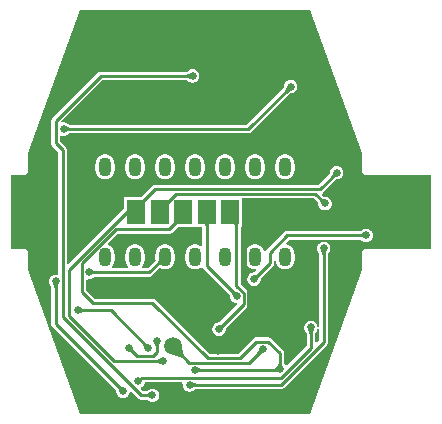
<source format=gbl>
G04 Layer_Physical_Order=2*
G04 Layer_Color=16711680*
%FSAX44Y44*%
%MOMM*%
G71*
G01*
G75*
%ADD17C,0.2286*%
%ADD18C,1.7780*%
%ADD19O,1.1000X1.6000*%
%ADD20O,1.1000X1.6000*%
%ADD21C,1.5000*%
%ADD22C,0.6350*%
%ADD23R,1.5000X2.0000*%
G36*
X00749181Y00986334D02*
Y00972001D01*
X00749213Y00971502D01*
X00749311Y00971012D01*
X00749472Y00970539D01*
X00749693Y00970091D01*
X00749970Y00969676D01*
X00750300Y00969300D01*
X00750675Y00968970D01*
X00751090Y00968693D01*
X00751539Y00968472D01*
X00752012Y00968311D01*
X00752502Y00968214D01*
X00753000Y00968181D01*
X00808109D01*
Y00905819D01*
X00753001D01*
X00752502Y00905787D01*
X00752012Y00905689D01*
X00751539Y00905528D01*
X00751091Y00905307D01*
X00750676Y00905030D01*
X00750300Y00904700D01*
X00750300Y00904700D01*
X00750300Y00904700D01*
X00749970Y00904324D01*
X00749693Y00903909D01*
X00749472Y00903461D01*
X00749311Y00902988D01*
X00749213Y00902498D01*
X00749181Y00901999D01*
Y00887667D01*
X00705316Y00765819D01*
X00510684D01*
X00466819Y00887667D01*
Y00902000D01*
X00466787Y00902498D01*
X00466689Y00902988D01*
X00466529Y00903461D01*
X00466308Y00903909D01*
X00466030Y00904325D01*
X00465701Y00904700D01*
X00465325Y00905030D01*
X00464910Y00905307D01*
X00464462Y00905528D01*
X00463988Y00905689D01*
X00463498Y00905787D01*
X00463000Y00905819D01*
X00451819D01*
Y00968181D01*
X00463000D01*
X00463498Y00968214D01*
X00463988Y00968311D01*
X00464462Y00968472D01*
X00464910Y00968693D01*
X00465325Y00968970D01*
X00465701Y00969300D01*
X00466030Y00969676D01*
X00466308Y00970091D01*
X00466529Y00970539D01*
X00466689Y00971012D01*
X00466787Y00971502D01*
X00466819Y00972001D01*
Y00986334D01*
X00510684Y01108181D01*
X00705316D01*
X00749181Y00986334D01*
D02*
G37*
%LPC*%
G36*
X00582600Y00985650D02*
X00581811Y00985611D01*
X00581029Y00985495D01*
X00580263Y00985303D01*
X00579519Y00985037D01*
X00578805Y00984700D01*
X00578128Y00984294D01*
X00577493Y00983823D01*
X00576908Y00983292D01*
X00576377Y00982707D01*
X00575907Y00982073D01*
X00575501Y00981395D01*
X00575163Y00980681D01*
X00574897Y00979937D01*
X00574705Y00979171D01*
X00574589Y00978389D01*
X00574550Y00977600D01*
Y00972600D01*
X00574589Y00971811D01*
X00574705Y00971030D01*
X00574897Y00970264D01*
X00575163Y00969520D01*
X00575501Y00968806D01*
X00575907Y00968128D01*
X00576377Y00967494D01*
X00576908Y00966908D01*
X00577493Y00966378D01*
X00578128Y00965907D01*
X00578805Y00965501D01*
X00579519Y00965163D01*
X00580263Y00964897D01*
X00581029Y00964705D01*
X00581811Y00964589D01*
X00582600Y00964551D01*
X00583389Y00964589D01*
X00584170Y00964705D01*
X00584936Y00964897D01*
X00585680Y00965163D01*
X00586394Y00965501D01*
X00587072Y00965907D01*
X00587706Y00966378D01*
X00588292Y00966908D01*
X00588822Y00967494D01*
X00589293Y00968128D01*
X00589699Y00968806D01*
X00590037Y00969520D01*
X00590303Y00970264D01*
X00590495Y00971030D01*
X00590611Y00971811D01*
X00590649Y00972600D01*
Y00977600D01*
X00590611Y00978389D01*
X00590495Y00979171D01*
X00590303Y00979937D01*
X00590037Y00980681D01*
X00589699Y00981395D01*
X00589293Y00982073D01*
X00588822Y00982707D01*
X00588292Y00983292D01*
X00587706Y00983823D01*
X00587072Y00984294D01*
X00586394Y00984700D01*
X00585680Y00985037D01*
X00584936Y00985303D01*
X00584170Y00985495D01*
X00583389Y00985611D01*
X00582600Y00985650D01*
D02*
G37*
G36*
X00608000D02*
X00607211Y00985611D01*
X00606429Y00985495D01*
X00605663Y00985303D01*
X00604919Y00985037D01*
X00604205Y00984700D01*
X00603528Y00984294D01*
X00602893Y00983823D01*
X00602308Y00983292D01*
X00601777Y00982707D01*
X00601307Y00982073D01*
X00600901Y00981395D01*
X00600563Y00980681D01*
X00600297Y00979937D01*
X00600105Y00979171D01*
X00599989Y00978389D01*
X00599950Y00977600D01*
Y00972600D01*
X00599989Y00971811D01*
X00600105Y00971030D01*
X00600297Y00970264D01*
X00600563Y00969520D01*
X00600901Y00968806D01*
X00601307Y00968128D01*
X00601777Y00967494D01*
X00602308Y00966908D01*
X00602893Y00966378D01*
X00603528Y00965907D01*
X00604205Y00965501D01*
X00604919Y00965163D01*
X00605663Y00964897D01*
X00606429Y00964705D01*
X00607211Y00964589D01*
X00608000Y00964551D01*
X00608789Y00964589D01*
X00609570Y00964705D01*
X00610336Y00964897D01*
X00611080Y00965163D01*
X00611794Y00965501D01*
X00612472Y00965907D01*
X00613106Y00966378D01*
X00613692Y00966908D01*
X00614222Y00967494D01*
X00614693Y00968128D01*
X00615099Y00968806D01*
X00615437Y00969520D01*
X00615703Y00970264D01*
X00615895Y00971030D01*
X00616011Y00971811D01*
X00616049Y00972600D01*
Y00977600D01*
X00616011Y00978389D01*
X00615895Y00979171D01*
X00615703Y00979937D01*
X00615437Y00980681D01*
X00615099Y00981395D01*
X00614693Y00982073D01*
X00614222Y00982707D01*
X00613692Y00983292D01*
X00613106Y00983823D01*
X00612472Y00984294D01*
X00611794Y00984700D01*
X00611080Y00985037D01*
X00610336Y00985303D01*
X00609570Y00985495D01*
X00608789Y00985611D01*
X00608000Y00985650D01*
D02*
G37*
G36*
X00633400D02*
X00632611Y00985611D01*
X00631829Y00985495D01*
X00631063Y00985303D01*
X00630319Y00985037D01*
X00629605Y00984700D01*
X00628928Y00984294D01*
X00628293Y00983823D01*
X00627708Y00983292D01*
X00627177Y00982707D01*
X00626707Y00982073D01*
X00626301Y00981395D01*
X00625963Y00980681D01*
X00625697Y00979937D01*
X00625505Y00979171D01*
X00625389Y00978389D01*
X00625350Y00977600D01*
Y00972600D01*
X00625389Y00971811D01*
X00625505Y00971030D01*
X00625697Y00970264D01*
X00625963Y00969520D01*
X00626301Y00968806D01*
X00626707Y00968128D01*
X00627177Y00967494D01*
X00627708Y00966908D01*
X00628293Y00966378D01*
X00628928Y00965907D01*
X00629605Y00965501D01*
X00630319Y00965163D01*
X00631063Y00964897D01*
X00631829Y00964705D01*
X00632611Y00964589D01*
X00633400Y00964551D01*
X00634189Y00964589D01*
X00634970Y00964705D01*
X00635737Y00964897D01*
X00636480Y00965163D01*
X00637194Y00965501D01*
X00637872Y00965907D01*
X00638507Y00966378D01*
X00639092Y00966908D01*
X00639622Y00967494D01*
X00640093Y00968128D01*
X00640499Y00968806D01*
X00640837Y00969520D01*
X00641103Y00970264D01*
X00641295Y00971030D01*
X00641411Y00971811D01*
X00641450Y00972600D01*
Y00977600D01*
X00641411Y00978389D01*
X00641295Y00979171D01*
X00641103Y00979937D01*
X00640837Y00980681D01*
X00640499Y00981395D01*
X00640093Y00982073D01*
X00639622Y00982707D01*
X00639092Y00983292D01*
X00638507Y00983823D01*
X00637872Y00984294D01*
X00637194Y00984700D01*
X00636480Y00985037D01*
X00635737Y00985303D01*
X00634970Y00985495D01*
X00634189Y00985611D01*
X00633400Y00985650D01*
D02*
G37*
G36*
X00753000Y00922724D02*
X00752359Y00922688D01*
X00751726Y00922580D01*
X00751109Y00922403D01*
X00750516Y00922157D01*
X00749955Y00921847D01*
X00749431Y00921475D01*
X00748952Y00921048D01*
X00748634Y00920691D01*
X00686000D01*
X00685518Y00920659D01*
X00685045Y00920565D01*
X00684588Y00920410D01*
X00684155Y00920196D01*
X00683753Y00919928D01*
X00683390Y00919610D01*
X00668712Y00904932D01*
X00668394Y00904569D01*
X00668126Y00904167D01*
X00667912Y00903734D01*
X00667855Y00903566D01*
X00666856Y00903497D01*
X00666544Y00903574D01*
X00666503Y00903737D01*
X00666237Y00904481D01*
X00665899Y00905195D01*
X00665493Y00905873D01*
X00665022Y00906507D01*
X00664492Y00907092D01*
X00663906Y00907623D01*
X00663272Y00908093D01*
X00662594Y00908500D01*
X00661880Y00908837D01*
X00661136Y00909103D01*
X00660370Y00909295D01*
X00659589Y00909411D01*
X00658800Y00909450D01*
X00658011Y00909411D01*
X00657229Y00909295D01*
X00656463Y00909103D01*
X00655719Y00908837D01*
X00655005Y00908500D01*
X00654328Y00908093D01*
X00653693Y00907623D01*
X00653108Y00907092D01*
X00652577Y00906507D01*
X00652107Y00905873D01*
X00651701Y00905195D01*
X00651363Y00904481D01*
X00651097Y00903737D01*
X00650905Y00902971D01*
X00650789Y00902189D01*
X00650750Y00901400D01*
Y00896400D01*
X00650789Y00895611D01*
X00650905Y00894830D01*
X00651097Y00894064D01*
X00651363Y00893320D01*
X00651701Y00892606D01*
X00652107Y00891928D01*
X00652577Y00891294D01*
X00653108Y00890708D01*
X00653693Y00890178D01*
X00654328Y00889707D01*
X00655005Y00889301D01*
X00655719Y00888963D01*
X00656463Y00888697D01*
X00657229Y00888505D01*
X00658011Y00888390D01*
X00658800Y00888351D01*
X00659367Y00888379D01*
X00659733Y00887887D01*
X00659942Y00887158D01*
X00658337Y00885553D01*
X00657860Y00885580D01*
X00657219Y00885544D01*
X00656586Y00885436D01*
X00655969Y00885259D01*
X00655376Y00885013D01*
X00654815Y00884703D01*
X00654291Y00884331D01*
X00653812Y00883904D01*
X00653385Y00883425D01*
X00653013Y00882901D01*
X00652703Y00882340D01*
X00652457Y00881747D01*
X00652280Y00881130D01*
X00652172Y00880497D01*
X00652136Y00879856D01*
X00652172Y00879215D01*
X00652280Y00878582D01*
X00652457Y00877965D01*
X00652703Y00877372D01*
X00653013Y00876811D01*
X00653385Y00876287D01*
X00653812Y00875808D01*
X00654291Y00875381D01*
X00654815Y00875009D01*
X00655376Y00874699D01*
X00655969Y00874453D01*
X00656586Y00874276D01*
X00657219Y00874168D01*
X00657860Y00874132D01*
X00658501Y00874168D01*
X00659134Y00874276D01*
X00659751Y00874453D01*
X00660344Y00874699D01*
X00660905Y00875009D01*
X00661429Y00875381D01*
X00661908Y00875808D01*
X00662335Y00876287D01*
X00662707Y00876811D01*
X00663017Y00877372D01*
X00663263Y00877965D01*
X00663440Y00878582D01*
X00663548Y00879215D01*
X00663584Y00879856D01*
X00663557Y00880333D01*
X00673932Y00890708D01*
X00674250Y00891071D01*
X00674518Y00891472D01*
X00674732Y00891906D01*
X00674887Y00892363D01*
X00674981Y00892836D01*
X00675013Y00893318D01*
Y00894884D01*
X00676283Y00894977D01*
X00676305Y00894830D01*
X00676497Y00894064D01*
X00676763Y00893320D01*
X00677101Y00892606D01*
X00677507Y00891928D01*
X00677977Y00891294D01*
X00678508Y00890708D01*
X00679093Y00890178D01*
X00679728Y00889707D01*
X00680405Y00889301D01*
X00681119Y00888963D01*
X00681863Y00888697D01*
X00682629Y00888505D01*
X00683411Y00888390D01*
X00684200Y00888351D01*
X00684989Y00888390D01*
X00685770Y00888505D01*
X00686536Y00888697D01*
X00687280Y00888963D01*
X00687994Y00889301D01*
X00688672Y00889707D01*
X00689306Y00890178D01*
X00689892Y00890708D01*
X00690422Y00891294D01*
X00690893Y00891928D01*
X00691299Y00892606D01*
X00691637Y00893320D01*
X00691903Y00894064D01*
X00692095Y00894830D01*
X00692211Y00895611D01*
X00692250Y00896400D01*
Y00901400D01*
X00692211Y00902189D01*
X00692095Y00902971D01*
X00691903Y00903737D01*
X00691637Y00904481D01*
X00691299Y00905195D01*
X00690893Y00905873D01*
X00690422Y00906507D01*
X00689892Y00907092D01*
X00689306Y00907623D01*
X00688672Y00908093D01*
X00687994Y00908500D01*
X00687280Y00908837D01*
X00686536Y00909103D01*
X00685770Y00909295D01*
X00685370Y00909355D01*
X00684933Y00910273D01*
X00684907Y00910687D01*
X00687529Y00913309D01*
X00748634D01*
X00748952Y00912952D01*
X00749431Y00912525D01*
X00749955Y00912153D01*
X00750516Y00911843D01*
X00751109Y00911597D01*
X00751726Y00911420D01*
X00752359Y00911312D01*
X00753000Y00911276D01*
X00753641Y00911312D01*
X00754274Y00911420D01*
X00754891Y00911597D01*
X00755484Y00911843D01*
X00756045Y00912153D01*
X00756569Y00912525D01*
X00757048Y00912952D01*
X00757475Y00913431D01*
X00757847Y00913955D01*
X00758157Y00914516D01*
X00758403Y00915109D01*
X00758580Y00915726D01*
X00758688Y00916359D01*
X00758724Y00917000D01*
X00758688Y00917641D01*
X00758580Y00918274D01*
X00758403Y00918891D01*
X00758157Y00919484D01*
X00757847Y00920045D01*
X00757475Y00920569D01*
X00757048Y00921048D01*
X00756569Y00921475D01*
X00756045Y00921847D01*
X00755484Y00922157D01*
X00754891Y00922403D01*
X00754274Y00922580D01*
X00753641Y00922688D01*
X00753000Y00922724D01*
D02*
G37*
G36*
X00531800Y00985650D02*
X00531011Y00985611D01*
X00530229Y00985495D01*
X00529463Y00985303D01*
X00528719Y00985037D01*
X00528005Y00984700D01*
X00527328Y00984294D01*
X00526693Y00983823D01*
X00526108Y00983292D01*
X00525577Y00982707D01*
X00525107Y00982073D01*
X00524701Y00981395D01*
X00524363Y00980681D01*
X00524097Y00979937D01*
X00523905Y00979171D01*
X00523789Y00978389D01*
X00523750Y00977600D01*
Y00972600D01*
X00523789Y00971811D01*
X00523905Y00971030D01*
X00524097Y00970264D01*
X00524363Y00969520D01*
X00524701Y00968806D01*
X00525107Y00968128D01*
X00525577Y00967494D01*
X00526108Y00966908D01*
X00526693Y00966378D01*
X00527328Y00965907D01*
X00528005Y00965501D01*
X00528719Y00965163D01*
X00529463Y00964897D01*
X00530229Y00964705D01*
X00531011Y00964589D01*
X00531800Y00964551D01*
X00532589Y00964589D01*
X00533370Y00964705D01*
X00534137Y00964897D01*
X00534880Y00965163D01*
X00535594Y00965501D01*
X00536272Y00965907D01*
X00536907Y00966378D01*
X00537492Y00966908D01*
X00538022Y00967494D01*
X00538493Y00968128D01*
X00538899Y00968806D01*
X00539237Y00969520D01*
X00539503Y00970264D01*
X00539695Y00971030D01*
X00539811Y00971811D01*
X00539850Y00972600D01*
Y00977600D01*
X00539811Y00978389D01*
X00539695Y00979171D01*
X00539503Y00979937D01*
X00539237Y00980681D01*
X00538899Y00981395D01*
X00538493Y00982073D01*
X00538022Y00982707D01*
X00537492Y00983292D01*
X00536907Y00983823D01*
X00536272Y00984294D01*
X00535594Y00984700D01*
X00534880Y00985037D01*
X00534137Y00985303D01*
X00533370Y00985495D01*
X00532589Y00985611D01*
X00531800Y00985650D01*
D02*
G37*
G36*
X00557200D02*
X00556411Y00985611D01*
X00555629Y00985495D01*
X00554863Y00985303D01*
X00554119Y00985037D01*
X00553405Y00984700D01*
X00552728Y00984294D01*
X00552093Y00983823D01*
X00551508Y00983292D01*
X00550977Y00982707D01*
X00550507Y00982073D01*
X00550101Y00981395D01*
X00549763Y00980681D01*
X00549497Y00979937D01*
X00549305Y00979171D01*
X00549189Y00978389D01*
X00549150Y00977600D01*
Y00972600D01*
X00549189Y00971811D01*
X00549305Y00971030D01*
X00549497Y00970264D01*
X00549763Y00969520D01*
X00550101Y00968806D01*
X00550507Y00968128D01*
X00550977Y00967494D01*
X00551508Y00966908D01*
X00552093Y00966378D01*
X00552728Y00965907D01*
X00553405Y00965501D01*
X00554119Y00965163D01*
X00554863Y00964897D01*
X00555629Y00964705D01*
X00556411Y00964589D01*
X00557200Y00964551D01*
X00557989Y00964589D01*
X00558770Y00964705D01*
X00559537Y00964897D01*
X00560280Y00965163D01*
X00560994Y00965501D01*
X00561672Y00965907D01*
X00562307Y00966378D01*
X00562892Y00966908D01*
X00563422Y00967494D01*
X00563893Y00968128D01*
X00564299Y00968806D01*
X00564637Y00969520D01*
X00564903Y00970264D01*
X00565095Y00971030D01*
X00565211Y00971811D01*
X00565249Y00972600D01*
Y00977600D01*
X00565211Y00978389D01*
X00565095Y00979171D01*
X00564903Y00979937D01*
X00564637Y00980681D01*
X00564299Y00981395D01*
X00563893Y00982073D01*
X00563422Y00982707D01*
X00562892Y00983292D01*
X00562307Y00983823D01*
X00561672Y00984294D01*
X00560994Y00984700D01*
X00560280Y00985037D01*
X00559537Y00985303D01*
X00558770Y00985495D01*
X00557989Y00985611D01*
X00557200Y00985650D01*
D02*
G37*
G36*
X00606000Y01057724D02*
X00605359Y01057688D01*
X00604726Y01057580D01*
X00604109Y01057403D01*
X00603516Y01057157D01*
X00602955Y01056847D01*
X00602431Y01056475D01*
X00601953Y01056048D01*
X00601634Y01055691D01*
X00528000D01*
X00527518Y01055659D01*
X00527045Y01055565D01*
X00526588Y01055410D01*
X00526155Y01055196D01*
X00525753Y01054928D01*
X00525390Y01054610D01*
X00487390Y01016610D01*
X00487072Y01016247D01*
X00486804Y01015845D01*
X00486590Y01015412D01*
X00486435Y01014955D01*
X00486341Y01014482D01*
X00486309Y01014000D01*
Y00994750D01*
X00486341Y00994268D01*
X00486435Y00993795D01*
X00486590Y00993338D01*
X00486804Y00992905D01*
X00487072Y00992503D01*
X00487390Y00992140D01*
X00492151Y00987379D01*
Y00884649D01*
X00491769Y00884184D01*
X00490881Y00883647D01*
X00490641Y00883688D01*
X00490000Y00883724D01*
X00489359Y00883688D01*
X00488726Y00883580D01*
X00488110Y00883403D01*
X00487516Y00883157D01*
X00486955Y00882847D01*
X00486431Y00882475D01*
X00485952Y00882048D01*
X00485525Y00881569D01*
X00485153Y00881045D01*
X00484843Y00880484D01*
X00484597Y00879891D01*
X00484420Y00879274D01*
X00484312Y00878641D01*
X00484276Y00878000D01*
X00484312Y00877359D01*
X00484420Y00876726D01*
X00484597Y00876109D01*
X00484843Y00875516D01*
X00485153Y00874955D01*
X00485525Y00874431D01*
X00485952Y00873952D01*
X00486309Y00873634D01*
Y00842000D01*
X00486341Y00841518D01*
X00486435Y00841045D01*
X00486590Y00840587D01*
X00486804Y00840154D01*
X00487072Y00839753D01*
X00487390Y00839390D01*
X00541303Y00785478D01*
X00541276Y00785000D01*
X00541312Y00784359D01*
X00541419Y00783726D01*
X00541597Y00783110D01*
X00541843Y00782516D01*
X00542153Y00781955D01*
X00542525Y00781431D01*
X00542952Y00780953D01*
X00543431Y00780525D01*
X00543955Y00780153D01*
X00544516Y00779843D01*
X00545109Y00779597D01*
X00545726Y00779419D01*
X00546359Y00779312D01*
X00547000Y00779276D01*
X00547641Y00779312D01*
X00548274Y00779419D01*
X00548890Y00779597D01*
X00549484Y00779843D01*
X00550045Y00780153D01*
X00550569Y00780525D01*
X00551048Y00780953D01*
X00551475Y00781431D01*
X00551847Y00781955D01*
X00552157Y00782516D01*
X00552403Y00783110D01*
X00552580Y00783726D01*
X00552679Y00784305D01*
X00552818Y00784403D01*
X00553985Y00784796D01*
X00559832Y00778948D01*
X00560195Y00778630D01*
X00560597Y00778362D01*
X00561030Y00778148D01*
X00561487Y00777993D01*
X00561960Y00777899D01*
X00562442Y00777867D01*
X00567642D01*
X00567961Y00777511D01*
X00568439Y00777083D01*
X00568963Y00776711D01*
X00569524Y00776401D01*
X00570117Y00776155D01*
X00570734Y00775977D01*
X00571367Y00775870D01*
X00572008Y00775834D01*
X00572649Y00775870D01*
X00573282Y00775977D01*
X00573899Y00776155D01*
X00574492Y00776401D01*
X00575053Y00776711D01*
X00575577Y00777083D01*
X00576055Y00777511D01*
X00576483Y00777989D01*
X00576855Y00778513D01*
X00577165Y00779074D01*
X00577411Y00779668D01*
X00577589Y00780284D01*
X00577696Y00780917D01*
X00577732Y00781558D01*
X00577696Y00782199D01*
X00577589Y00782832D01*
X00577411Y00783448D01*
X00577165Y00784042D01*
X00576855Y00784603D01*
X00576483Y00785127D01*
X00576055Y00785605D01*
X00575577Y00786033D01*
X00575053Y00786405D01*
X00574492Y00786715D01*
X00573899Y00786961D01*
X00573282Y00787139D01*
X00572649Y00787246D01*
X00572008Y00787282D01*
X00571367Y00787246D01*
X00570734Y00787139D01*
X00570117Y00786961D01*
X00569524Y00786715D01*
X00568963Y00786405D01*
X00568439Y00786033D01*
X00567961Y00785605D01*
X00567642Y00785249D01*
X00563971D01*
X00562448Y00786772D01*
X00562399Y00787209D01*
X00562706Y00788310D01*
X00562861Y00788395D01*
X00563385Y00788767D01*
X00563863Y00789194D01*
X00564291Y00789673D01*
X00564663Y00790197D01*
X00564973Y00790758D01*
X00565219Y00791351D01*
X00565396Y00791968D01*
X00565504Y00792599D01*
X00596855D01*
X00597320Y00792217D01*
X00597857Y00791329D01*
X00597816Y00791089D01*
X00597780Y00790448D01*
X00597816Y00789807D01*
X00597924Y00789174D01*
X00598101Y00788558D01*
X00598347Y00787964D01*
X00598657Y00787403D01*
X00599029Y00786879D01*
X00599456Y00786401D01*
X00599935Y00785973D01*
X00600459Y00785601D01*
X00601020Y00785291D01*
X00601614Y00785045D01*
X00602230Y00784867D01*
X00602863Y00784760D01*
X00603504Y00784724D01*
X00604145Y00784760D01*
X00604778Y00784867D01*
X00605395Y00785045D01*
X00605988Y00785291D01*
X00606549Y00785601D01*
X00607073Y00785973D01*
X00607551Y00786401D01*
X00607870Y00786757D01*
X00680448D01*
X00680930Y00786789D01*
X00681403Y00786883D01*
X00681860Y00787038D01*
X00682293Y00787252D01*
X00682695Y00787520D01*
X00683058Y00787838D01*
X00719610Y00824390D01*
X00719928Y00824753D01*
X00720196Y00825154D01*
X00720410Y00825588D01*
X00720565Y00826045D01*
X00720659Y00826518D01*
X00720691Y00827000D01*
Y00901634D01*
X00721048Y00901953D01*
X00721475Y00902431D01*
X00721847Y00902955D01*
X00722157Y00903516D01*
X00722403Y00904109D01*
X00722580Y00904726D01*
X00722688Y00905359D01*
X00722724Y00906000D01*
X00722688Y00906641D01*
X00722580Y00907274D01*
X00722403Y00907890D01*
X00722157Y00908484D01*
X00721847Y00909045D01*
X00721475Y00909569D01*
X00721048Y00910048D01*
X00720569Y00910475D01*
X00720045Y00910847D01*
X00719483Y00911157D01*
X00718891Y00911403D01*
X00718274Y00911581D01*
X00717641Y00911688D01*
X00717000Y00911724D01*
X00716359Y00911688D01*
X00715726Y00911581D01*
X00715109Y00911403D01*
X00714516Y00911157D01*
X00713955Y00910847D01*
X00713431Y00910475D01*
X00712952Y00910048D01*
X00712525Y00909569D01*
X00712153Y00909045D01*
X00711843Y00908484D01*
X00711597Y00907890D01*
X00711420Y00907274D01*
X00711312Y00906641D01*
X00711276Y00906000D01*
X00711312Y00905359D01*
X00711420Y00904726D01*
X00711597Y00904109D01*
X00711843Y00903516D01*
X00712153Y00902955D01*
X00712525Y00902431D01*
X00712952Y00901953D01*
X00713309Y00901634D01*
Y00828529D01*
X00710984Y00826204D01*
X00709811Y00826690D01*
Y00834596D01*
X00710167Y00834914D01*
X00710595Y00835393D01*
X00710967Y00835917D01*
X00711277Y00836478D01*
X00711523Y00837072D01*
X00711701Y00837688D01*
X00711808Y00838321D01*
X00711844Y00838962D01*
X00711808Y00839603D01*
X00711701Y00840236D01*
X00711523Y00840853D01*
X00711277Y00841446D01*
X00710967Y00842007D01*
X00710595Y00842531D01*
X00710167Y00843009D01*
X00709689Y00843437D01*
X00709165Y00843809D01*
X00708604Y00844119D01*
X00708010Y00844365D01*
X00707394Y00844542D01*
X00706761Y00844650D01*
X00706120Y00844686D01*
X00705479Y00844650D01*
X00704846Y00844542D01*
X00704230Y00844365D01*
X00703636Y00844119D01*
X00703075Y00843809D01*
X00702551Y00843437D01*
X00702073Y00843009D01*
X00701645Y00842531D01*
X00701273Y00842007D01*
X00700963Y00841446D01*
X00700717Y00840853D01*
X00700539Y00840236D01*
X00700432Y00839603D01*
X00700396Y00838962D01*
X00700432Y00838321D01*
X00700539Y00837688D01*
X00700717Y00837072D01*
X00700963Y00836478D01*
X00701273Y00835917D01*
X00701645Y00835393D01*
X00702073Y00834914D01*
X00702429Y00834596D01*
Y00823037D01*
X00686291Y00806899D01*
X00684985Y00807031D01*
X00684761Y00807165D01*
X00684475Y00807569D01*
X00684047Y00808047D01*
X00683691Y00808366D01*
Y00817000D01*
X00683659Y00817481D01*
X00683565Y00817955D01*
X00683410Y00818412D01*
X00683196Y00818845D01*
X00682928Y00819247D01*
X00682609Y00819610D01*
X00672609Y00829610D01*
X00672246Y00829928D01*
X00671845Y00830196D01*
X00671412Y00830410D01*
X00670955Y00830565D01*
X00670481Y00830659D01*
X00669999Y00830691D01*
X00660000D01*
X00659518Y00830659D01*
X00659045Y00830565D01*
X00658588Y00830410D01*
X00658155Y00830196D01*
X00657753Y00829928D01*
X00657390Y00829610D01*
X00644264Y00816484D01*
X00620280D01*
X00574618Y00862146D01*
X00574255Y00862464D01*
X00573853Y00862732D01*
X00573420Y00862946D01*
X00572963Y00863101D01*
X00572490Y00863195D01*
X00572008Y00863227D01*
X00522993D01*
X00516009Y00870211D01*
Y00879049D01*
X00516391Y00879514D01*
X00517279Y00880051D01*
X00517519Y00880010D01*
X00518160Y00879974D01*
X00518801Y00880010D01*
X00519434Y00880117D01*
X00520051Y00880295D01*
X00520644Y00880541D01*
X00521205Y00880851D01*
X00521729Y00881223D01*
X00522207Y00881650D01*
X00522526Y00882007D01*
X00569397D01*
X00569879Y00882039D01*
X00570353Y00882133D01*
X00570810Y00882288D01*
X00571243Y00882502D01*
X00571644Y00882770D01*
X00572007Y00883088D01*
X00578439Y00889520D01*
X00578805Y00889301D01*
X00579519Y00888963D01*
X00580263Y00888697D01*
X00581029Y00888505D01*
X00581811Y00888390D01*
X00582600Y00888351D01*
X00583389Y00888390D01*
X00584170Y00888505D01*
X00584936Y00888697D01*
X00585680Y00888963D01*
X00586394Y00889301D01*
X00587072Y00889707D01*
X00587706Y00890178D01*
X00588292Y00890708D01*
X00588822Y00891294D01*
X00589293Y00891928D01*
X00589699Y00892606D01*
X00590037Y00893320D01*
X00590303Y00894064D01*
X00590495Y00894830D01*
X00590611Y00895611D01*
X00590649Y00896400D01*
Y00901400D01*
X00590611Y00902189D01*
X00590495Y00902971D01*
X00590303Y00903737D01*
X00590037Y00904481D01*
X00589699Y00905195D01*
X00589293Y00905873D01*
X00588822Y00906507D01*
X00588292Y00907092D01*
X00587706Y00907623D01*
X00587072Y00908093D01*
X00586394Y00908500D01*
X00585680Y00908837D01*
X00584936Y00909103D01*
X00584170Y00909295D01*
X00583389Y00909411D01*
X00582600Y00909450D01*
X00581811Y00909411D01*
X00581029Y00909295D01*
X00580263Y00909103D01*
X00579519Y00908837D01*
X00578805Y00908500D01*
X00578128Y00908093D01*
X00577493Y00907623D01*
X00576908Y00907092D01*
X00576377Y00906507D01*
X00575907Y00905873D01*
X00575501Y00905195D01*
X00575163Y00904481D01*
X00574897Y00903737D01*
X00574705Y00902971D01*
X00574589Y00902189D01*
X00574550Y00901400D01*
Y00896400D01*
X00574566Y00896086D01*
X00567869Y00889389D01*
X00563327D01*
X00562837Y00890659D01*
X00562892Y00890708D01*
X00563422Y00891294D01*
X00563893Y00891928D01*
X00564299Y00892606D01*
X00564637Y00893320D01*
X00564903Y00894064D01*
X00565095Y00894830D01*
X00565211Y00895611D01*
X00565249Y00896400D01*
Y00901400D01*
X00565211Y00902189D01*
X00565095Y00902971D01*
X00564903Y00903737D01*
X00564637Y00904481D01*
X00564299Y00905195D01*
X00563893Y00905873D01*
X00563422Y00906507D01*
X00562892Y00907092D01*
X00562307Y00907623D01*
X00561672Y00908093D01*
X00560994Y00908500D01*
X00560280Y00908837D01*
X00559537Y00909103D01*
X00558770Y00909295D01*
X00557989Y00909411D01*
X00557200Y00909450D01*
X00556411Y00909411D01*
X00555629Y00909295D01*
X00554863Y00909103D01*
X00554119Y00908837D01*
X00553405Y00908500D01*
X00552728Y00908093D01*
X00552093Y00907623D01*
X00551508Y00907092D01*
X00550977Y00906507D01*
X00550507Y00905873D01*
X00550101Y00905195D01*
X00549763Y00904481D01*
X00549497Y00903737D01*
X00549305Y00902971D01*
X00549189Y00902189D01*
X00549150Y00901400D01*
Y00896400D01*
X00549189Y00895611D01*
X00549305Y00894830D01*
X00549497Y00894064D01*
X00549763Y00893320D01*
X00550101Y00892606D01*
X00550507Y00891928D01*
X00550977Y00891294D01*
X00551508Y00890708D01*
X00551562Y00890659D01*
X00551073Y00889389D01*
X00537927D01*
X00537437Y00890659D01*
X00537492Y00890708D01*
X00538022Y00891294D01*
X00538493Y00891928D01*
X00538899Y00892606D01*
X00539237Y00893320D01*
X00539503Y00894064D01*
X00539695Y00894830D01*
X00539811Y00895611D01*
X00539850Y00896400D01*
Y00901400D01*
X00539811Y00902189D01*
X00539695Y00902971D01*
X00539503Y00903737D01*
X00539237Y00904481D01*
X00538899Y00905195D01*
X00538493Y00905873D01*
X00538022Y00906507D01*
X00537492Y00907092D01*
X00536907Y00907623D01*
X00536272Y00908093D01*
X00535594Y00908500D01*
X00534880Y00908837D01*
X00534749Y00908884D01*
X00534382Y00910205D01*
X00534413Y00910343D01*
X00542378Y00918309D01*
X00586000D01*
X00586482Y00918341D01*
X00586955Y00918435D01*
X00587412Y00918590D01*
X00587845Y00918804D01*
X00588247Y00919072D01*
X00588610Y00919390D01*
X00593680Y00924460D01*
X00614308D01*
Y00908248D01*
X00613290Y00907718D01*
X00613038Y00907673D01*
X00612472Y00908093D01*
X00611794Y00908500D01*
X00611080Y00908837D01*
X00610336Y00909103D01*
X00609570Y00909295D01*
X00608789Y00909411D01*
X00608000Y00909450D01*
X00607211Y00909411D01*
X00606429Y00909295D01*
X00605663Y00909103D01*
X00604919Y00908837D01*
X00604205Y00908500D01*
X00603528Y00908093D01*
X00602893Y00907623D01*
X00602308Y00907092D01*
X00601777Y00906507D01*
X00601307Y00905873D01*
X00600901Y00905195D01*
X00600563Y00904481D01*
X00600297Y00903737D01*
X00600105Y00902971D01*
X00599989Y00902189D01*
X00599950Y00901400D01*
Y00896400D01*
X00599989Y00895611D01*
X00600105Y00894830D01*
X00600297Y00894064D01*
X00600563Y00893320D01*
X00600901Y00892606D01*
X00601307Y00891928D01*
X00601777Y00891294D01*
X00602308Y00890708D01*
X00602893Y00890178D01*
X00603528Y00889707D01*
X00604205Y00889301D01*
X00604919Y00888963D01*
X00605663Y00888697D01*
X00606429Y00888505D01*
X00607211Y00888390D01*
X00608000Y00888351D01*
X00608789Y00888390D01*
X00609570Y00888505D01*
X00610336Y00888697D01*
X00611080Y00888963D01*
X00611794Y00889301D01*
X00612472Y00889707D01*
X00613106Y00890178D01*
X00613172Y00890183D01*
X00614092Y00889908D01*
X00614470Y00889700D01*
X00614589Y00889348D01*
X00614803Y00888915D01*
X00615071Y00888514D01*
X00615389Y00888151D01*
X00637685Y00865855D01*
X00637658Y00865378D01*
X00637694Y00864737D01*
X00637802Y00864104D01*
X00637979Y00863487D01*
X00638225Y00862894D01*
X00638535Y00862333D01*
X00638907Y00861809D01*
X00639334Y00861330D01*
X00639813Y00860903D01*
X00640337Y00860531D01*
X00640898Y00860221D01*
X00641491Y00859975D01*
X00642108Y00859798D01*
X00642741Y00859690D01*
X00643344Y00859656D01*
X00643416Y00859573D01*
X00643895Y00858411D01*
X00628746Y00843262D01*
X00628269Y00843289D01*
X00627628Y00843253D01*
X00626995Y00843146D01*
X00626379Y00842968D01*
X00625785Y00842722D01*
X00625224Y00842412D01*
X00624700Y00842040D01*
X00624221Y00841612D01*
X00623794Y00841134D01*
X00623422Y00840610D01*
X00623112Y00840049D01*
X00622866Y00839455D01*
X00622688Y00838839D01*
X00622581Y00838206D01*
X00622545Y00837565D01*
X00622581Y00836924D01*
X00622688Y00836291D01*
X00622866Y00835675D01*
X00623112Y00835081D01*
X00623422Y00834520D01*
X00623794Y00833996D01*
X00624221Y00833518D01*
X00624700Y00833090D01*
X00625224Y00832718D01*
X00625785Y00832408D01*
X00626379Y00832162D01*
X00626995Y00831984D01*
X00627628Y00831877D01*
X00628269Y00831841D01*
X00628910Y00831877D01*
X00629543Y00831984D01*
X00630159Y00832162D01*
X00630753Y00832408D01*
X00631314Y00832718D01*
X00631838Y00833090D01*
X00632317Y00833518D01*
X00632744Y00833996D01*
X00633116Y00834520D01*
X00633426Y00835081D01*
X00633672Y00835675D01*
X00633849Y00836291D01*
X00633957Y00836924D01*
X00633993Y00837565D01*
X00633966Y00838043D01*
X00651834Y00855910D01*
X00652152Y00856273D01*
X00652420Y00856674D01*
X00652634Y00857108D01*
X00652789Y00857565D01*
X00652883Y00858038D01*
X00652915Y00858520D01*
Y00868172D01*
X00652883Y00868654D01*
X00652789Y00869127D01*
X00652634Y00869585D01*
X00652420Y00870017D01*
X00652152Y00870419D01*
X00651834Y00870782D01*
X00646691Y00875925D01*
Y00924460D01*
X00648040D01*
Y00948309D01*
X00708471D01*
X00712303Y00944477D01*
X00712276Y00944000D01*
X00712312Y00943359D01*
X00712420Y00942726D01*
X00712597Y00942110D01*
X00712843Y00941516D01*
X00713153Y00940955D01*
X00713525Y00940431D01*
X00713952Y00939952D01*
X00714431Y00939525D01*
X00714955Y00939153D01*
X00715517Y00938843D01*
X00716109Y00938597D01*
X00716726Y00938419D01*
X00717359Y00938312D01*
X00718000Y00938276D01*
X00718641Y00938312D01*
X00719274Y00938419D01*
X00719891Y00938597D01*
X00720484Y00938843D01*
X00721045Y00939153D01*
X00721569Y00939525D01*
X00722048Y00939952D01*
X00722475Y00940431D01*
X00722847Y00940955D01*
X00723157Y00941516D01*
X00723403Y00942110D01*
X00723580Y00942726D01*
X00723688Y00943359D01*
X00723724Y00944000D01*
X00723688Y00944641D01*
X00723580Y00945274D01*
X00723403Y00945891D01*
X00723157Y00946484D01*
X00722847Y00947045D01*
X00722475Y00947569D01*
X00722048Y00948047D01*
X00721569Y00948475D01*
X00721045Y00948847D01*
X00720484Y00949157D01*
X00719891Y00949403D01*
X00719274Y00949581D01*
X00718641Y00949688D01*
X00718000Y00949724D01*
X00717523Y00949697D01*
X00715827Y00951393D01*
X00715785Y00951514D01*
X00715813Y00952108D01*
X00716065Y00952951D01*
X00716247Y00953072D01*
X00716610Y00953390D01*
X00727523Y00964303D01*
X00728000Y00964276D01*
X00728641Y00964312D01*
X00729274Y00964419D01*
X00729891Y00964597D01*
X00730484Y00964843D01*
X00731045Y00965153D01*
X00731569Y00965525D01*
X00732048Y00965953D01*
X00732475Y00966431D01*
X00732847Y00966955D01*
X00733157Y00967516D01*
X00733403Y00968110D01*
X00733580Y00968726D01*
X00733688Y00969359D01*
X00733724Y00970000D01*
X00733688Y00970641D01*
X00733580Y00971274D01*
X00733403Y00971890D01*
X00733157Y00972484D01*
X00732847Y00973045D01*
X00732475Y00973569D01*
X00732048Y00974047D01*
X00731569Y00974475D01*
X00731045Y00974847D01*
X00730484Y00975157D01*
X00729891Y00975403D01*
X00729274Y00975581D01*
X00728641Y00975688D01*
X00728000Y00975724D01*
X00727359Y00975688D01*
X00726726Y00975581D01*
X00726109Y00975403D01*
X00725516Y00975157D01*
X00724955Y00974847D01*
X00724431Y00974475D01*
X00723952Y00974047D01*
X00723525Y00973569D01*
X00723153Y00973045D01*
X00722843Y00972484D01*
X00722597Y00971890D01*
X00722420Y00971274D01*
X00722312Y00970641D01*
X00722276Y00970000D01*
X00722303Y00969522D01*
X00712471Y00959691D01*
X00574000D01*
X00573518Y00959659D01*
X00573045Y00959565D01*
X00572588Y00959410D01*
X00572155Y00959196D01*
X00571753Y00958928D01*
X00571390Y00958610D01*
X00562321Y00949540D01*
X00547959D01*
Y00939705D01*
X00547858Y00939616D01*
X00500706Y00892465D01*
X00499533Y00892951D01*
Y00988908D01*
X00499501Y00989390D01*
X00499407Y00989863D01*
X00499252Y00990321D01*
X00499038Y00990754D01*
X00498770Y00991155D01*
X00498452Y00991518D01*
X00493691Y00996279D01*
Y01000847D01*
X00493923Y01001127D01*
X00494961Y01001658D01*
X00495109Y01001597D01*
X00495726Y01001419D01*
X00496359Y01001311D01*
X00497000Y01001275D01*
X00497641Y01001311D01*
X00498274Y01001419D01*
X00498890Y01001597D01*
X00499484Y01001842D01*
X00500045Y01002153D01*
X00500569Y01002524D01*
X00501048Y01002952D01*
X00501366Y01003309D01*
X00652999D01*
X00653481Y01003340D01*
X00653955Y01003434D01*
X00654412Y01003590D01*
X00654845Y01003803D01*
X00655246Y01004071D01*
X00655609Y01004390D01*
X00688522Y01037303D01*
X00689000Y01037276D01*
X00689641Y01037312D01*
X00690274Y01037420D01*
X00690891Y01037597D01*
X00691484Y01037843D01*
X00692045Y01038153D01*
X00692569Y01038525D01*
X00693047Y01038952D01*
X00693475Y01039431D01*
X00693847Y01039955D01*
X00694157Y01040516D01*
X00694403Y01041109D01*
X00694581Y01041726D01*
X00694688Y01042359D01*
X00694724Y01043000D01*
X00694688Y01043641D01*
X00694581Y01044274D01*
X00694403Y01044891D01*
X00694157Y01045484D01*
X00693847Y01046045D01*
X00693475Y01046569D01*
X00693047Y01047048D01*
X00692569Y01047475D01*
X00692045Y01047847D01*
X00691484Y01048157D01*
X00690891Y01048403D01*
X00690274Y01048580D01*
X00689641Y01048688D01*
X00689000Y01048724D01*
X00688359Y01048688D01*
X00687726Y01048580D01*
X00687110Y01048403D01*
X00686516Y01048157D01*
X00685955Y01047847D01*
X00685431Y01047475D01*
X00684952Y01047048D01*
X00684525Y01046569D01*
X00684153Y01046045D01*
X00683843Y01045484D01*
X00683597Y01044891D01*
X00683419Y01044274D01*
X00683312Y01043641D01*
X00683276Y01043000D01*
X00683303Y01042523D01*
X00651471Y01010690D01*
X00501366D01*
X00501048Y01011047D01*
X00500569Y01011475D01*
X00500045Y01011846D01*
X00499484Y01012157D01*
X00498890Y01012402D01*
X00498274Y01012580D01*
X00497641Y01012688D01*
X00497000Y01012723D01*
X00496359Y01012688D01*
X00495726Y01012580D01*
X00495543Y01012527D01*
X00494877Y01013657D01*
X00529529Y01048309D01*
X00601634D01*
X00601953Y01047952D01*
X00602431Y01047525D01*
X00602955Y01047153D01*
X00603516Y01046843D01*
X00604109Y01046597D01*
X00604726Y01046420D01*
X00605359Y01046312D01*
X00606000Y01046276D01*
X00606641Y01046312D01*
X00607274Y01046420D01*
X00607891Y01046597D01*
X00608484Y01046843D01*
X00609045Y01047153D01*
X00609569Y01047525D01*
X00610047Y01047952D01*
X00610475Y01048431D01*
X00610847Y01048955D01*
X00611157Y01049516D01*
X00611403Y01050109D01*
X00611581Y01050726D01*
X00611688Y01051359D01*
X00611724Y01052000D01*
X00611688Y01052641D01*
X00611581Y01053274D01*
X00611403Y01053891D01*
X00611157Y01054484D01*
X00610847Y01055045D01*
X00610475Y01055569D01*
X00610047Y01056048D01*
X00609569Y01056475D01*
X00609045Y01056847D01*
X00608484Y01057157D01*
X00607891Y01057403D01*
X00607274Y01057580D01*
X00606641Y01057688D01*
X00606000Y01057724D01*
D02*
G37*
G36*
X00684200Y00985650D02*
X00683411Y00985611D01*
X00682629Y00985495D01*
X00681863Y00985303D01*
X00681119Y00985037D01*
X00680405Y00984700D01*
X00679728Y00984294D01*
X00679093Y00983823D01*
X00678508Y00983292D01*
X00677977Y00982707D01*
X00677507Y00982073D01*
X00677101Y00981395D01*
X00676763Y00980681D01*
X00676497Y00979937D01*
X00676305Y00979171D01*
X00676189Y00978389D01*
X00676150Y00977600D01*
Y00972600D01*
X00676189Y00971811D01*
X00676305Y00971030D01*
X00676497Y00970264D01*
X00676763Y00969520D01*
X00677101Y00968806D01*
X00677507Y00968128D01*
X00677977Y00967494D01*
X00678508Y00966908D01*
X00679093Y00966378D01*
X00679728Y00965907D01*
X00680405Y00965501D01*
X00681119Y00965163D01*
X00681863Y00964897D01*
X00682629Y00964705D01*
X00683411Y00964589D01*
X00684200Y00964551D01*
X00684989Y00964589D01*
X00685770Y00964705D01*
X00686536Y00964897D01*
X00687280Y00965163D01*
X00687994Y00965501D01*
X00688672Y00965907D01*
X00689306Y00966378D01*
X00689892Y00966908D01*
X00690422Y00967494D01*
X00690893Y00968128D01*
X00691299Y00968806D01*
X00691637Y00969520D01*
X00691903Y00970264D01*
X00692095Y00971030D01*
X00692211Y00971811D01*
X00692250Y00972600D01*
Y00977600D01*
X00692211Y00978389D01*
X00692095Y00979171D01*
X00691903Y00979937D01*
X00691637Y00980681D01*
X00691299Y00981395D01*
X00690893Y00982073D01*
X00690422Y00982707D01*
X00689892Y00983292D01*
X00689306Y00983823D01*
X00688672Y00984294D01*
X00687994Y00984700D01*
X00687280Y00985037D01*
X00686536Y00985303D01*
X00685770Y00985495D01*
X00684989Y00985611D01*
X00684200Y00985650D01*
D02*
G37*
G36*
X00658800D02*
X00658011Y00985611D01*
X00657229Y00985495D01*
X00656463Y00985303D01*
X00655719Y00985037D01*
X00655005Y00984700D01*
X00654328Y00984294D01*
X00653693Y00983823D01*
X00653108Y00983292D01*
X00652577Y00982707D01*
X00652107Y00982073D01*
X00651701Y00981395D01*
X00651363Y00980681D01*
X00651097Y00979937D01*
X00650905Y00979171D01*
X00650789Y00978389D01*
X00650750Y00977600D01*
Y00972600D01*
X00650789Y00971811D01*
X00650905Y00971030D01*
X00651097Y00970264D01*
X00651363Y00969520D01*
X00651701Y00968806D01*
X00652107Y00968128D01*
X00652577Y00967494D01*
X00653108Y00966908D01*
X00653693Y00966378D01*
X00654328Y00965907D01*
X00655005Y00965501D01*
X00655719Y00965163D01*
X00656463Y00964897D01*
X00657229Y00964705D01*
X00658011Y00964589D01*
X00658800Y00964551D01*
X00659589Y00964589D01*
X00660370Y00964705D01*
X00661136Y00964897D01*
X00661880Y00965163D01*
X00662594Y00965501D01*
X00663272Y00965907D01*
X00663906Y00966378D01*
X00664492Y00966908D01*
X00665022Y00967494D01*
X00665493Y00968128D01*
X00665899Y00968806D01*
X00666237Y00969520D01*
X00666503Y00970264D01*
X00666695Y00971030D01*
X00666811Y00971811D01*
X00666850Y00972600D01*
Y00977600D01*
X00666811Y00978389D01*
X00666695Y00979171D01*
X00666503Y00979937D01*
X00666237Y00980681D01*
X00665899Y00981395D01*
X00665493Y00982073D01*
X00665022Y00982707D01*
X00664492Y00983292D01*
X00663906Y00983823D01*
X00663272Y00984294D01*
X00662594Y00984700D01*
X00661880Y00985037D01*
X00661136Y00985303D01*
X00660370Y00985495D01*
X00659589Y00985611D01*
X00658800Y00985650D01*
D02*
G37*
%LPD*%
G36*
X00511041Y00855711D02*
X00511772Y00855265D01*
X00512135Y00855084D01*
X00512495Y00854931D01*
X00512853Y00854806D01*
X00513209Y00854708D01*
X00513563Y00854639D01*
X00513914Y00854597D01*
X00514264Y00854583D01*
Y00852297D01*
X00513914Y00852283D01*
X00513563Y00852241D01*
X00513209Y00852172D01*
X00512853Y00852074D01*
X00512495Y00851949D01*
X00512135Y00851796D01*
X00511772Y00851615D01*
X00511408Y00851406D01*
X00511041Y00851169D01*
X00510673Y00850904D01*
Y00855976D01*
X00511041Y00855711D01*
D02*
G37*
G36*
X00665825Y00817856D02*
X00665377Y00817782D01*
X00664545Y00817581D01*
X00664161Y00817452D01*
X00663798Y00817306D01*
X00663456Y00817141D01*
X00663135Y00816959D01*
X00662836Y00816758D01*
X00662558Y00816539D01*
X00662300Y00816301D01*
X00660684Y00817918D01*
X00660921Y00818175D01*
X00661141Y00818453D01*
X00661342Y00818753D01*
X00661524Y00819073D01*
X00661689Y00819415D01*
X00661835Y00819778D01*
X00661964Y00820162D01*
X00662074Y00820568D01*
X00662165Y00820994D01*
X00662239Y00821442D01*
X00665825Y00817856D01*
D02*
G37*
G36*
X00555160Y00821684D02*
X00555361Y00820852D01*
X00555490Y00820468D01*
X00555636Y00820105D01*
X00555801Y00819763D01*
X00555983Y00819443D01*
X00556184Y00819143D01*
X00556403Y00818865D01*
X00556641Y00818608D01*
X00555024Y00816991D01*
X00554767Y00817229D01*
X00554489Y00817448D01*
X00554189Y00817649D01*
X00553869Y00817831D01*
X00553527Y00817996D01*
X00553164Y00818142D01*
X00552780Y00818271D01*
X00552374Y00818381D01*
X00551948Y00818472D01*
X00551500Y00818546D01*
X00555086Y00822132D01*
X00555160Y00821684D01*
D02*
G37*
G36*
X00565627Y00825931D02*
X00565905Y00825712D01*
X00566204Y00825511D01*
X00566525Y00825328D01*
X00566867Y00825163D01*
X00567230Y00825017D01*
X00567614Y00824889D01*
X00568020Y00824779D01*
X00568446Y00824687D01*
X00568894Y00824614D01*
X00565308Y00821028D01*
X00565234Y00821475D01*
X00565033Y00822307D01*
X00564905Y00822691D01*
X00564758Y00823055D01*
X00564594Y00823396D01*
X00564411Y00823717D01*
X00564210Y00824016D01*
X00563991Y00824295D01*
X00563753Y00824552D01*
X00565370Y00826168D01*
X00565627Y00825931D01*
D02*
G37*
G36*
X00708391Y00836683D02*
X00707945Y00835952D01*
X00707764Y00835590D01*
X00707611Y00835229D01*
X00707486Y00834871D01*
X00707388Y00834515D01*
X00707319Y00834161D01*
X00707277Y00833810D01*
X00707263Y00833460D01*
X00704977D01*
X00704963Y00833810D01*
X00704921Y00834161D01*
X00704852Y00834515D01*
X00704754Y00834871D01*
X00704629Y00835229D01*
X00704476Y00835590D01*
X00704295Y00835952D01*
X00704086Y00836316D01*
X00703849Y00836683D01*
X00703584Y00837051D01*
X00708656D01*
X00708391Y00836683D01*
D02*
G37*
G36*
X00632968Y00840647D02*
X00632730Y00840390D01*
X00632511Y00840112D01*
X00632310Y00839812D01*
X00632127Y00839492D01*
X00631963Y00839150D01*
X00631816Y00838787D01*
X00631688Y00838403D01*
X00631578Y00837997D01*
X00631487Y00837571D01*
X00631413Y00837123D01*
X00627827Y00840709D01*
X00628275Y00840783D01*
X00629107Y00840984D01*
X00629491Y00841113D01*
X00629854Y00841259D01*
X00630196Y00841423D01*
X00630517Y00841606D01*
X00630816Y00841807D01*
X00631094Y00842026D01*
X00631351Y00842264D01*
X00632968Y00840647D01*
D02*
G37*
G36*
X00578089Y00825619D02*
X00577643Y00824888D01*
X00577462Y00824526D01*
X00577309Y00824165D01*
X00577184Y00823807D01*
X00577086Y00823452D01*
X00577017Y00823098D01*
X00576975Y00822746D01*
X00576961Y00822396D01*
X00574675D01*
X00574661Y00822746D01*
X00574619Y00823098D01*
X00574550Y00823452D01*
X00574452Y00823807D01*
X00574327Y00824165D01*
X00574174Y00824526D01*
X00573993Y00824888D01*
X00573784Y00825253D01*
X00573547Y00825619D01*
X00573282Y00825988D01*
X00578354D01*
X00578089Y00825619D01*
D02*
G37*
G36*
X00605783Y00792719D02*
X00606514Y00792273D01*
X00606876Y00792092D01*
X00607237Y00791939D01*
X00607595Y00791814D01*
X00607951Y00791716D01*
X00608305Y00791647D01*
X00608657Y00791605D01*
X00609006Y00791591D01*
Y00789305D01*
X00608657Y00789291D01*
X00608305Y00789249D01*
X00607951Y00789180D01*
X00607595Y00789082D01*
X00607237Y00788957D01*
X00606876Y00788804D01*
X00606514Y00788623D01*
X00606150Y00788414D01*
X00605783Y00788177D01*
X00605415Y00787912D01*
Y00792984D01*
X00605783Y00792719D01*
D02*
G37*
G36*
X00610279Y00805271D02*
X00611010Y00804825D01*
X00611372Y00804644D01*
X00611733Y00804491D01*
X00612091Y00804366D01*
X00612447Y00804268D01*
X00612801Y00804199D01*
X00613153Y00804157D01*
X00613502Y00804143D01*
Y00801857D01*
X00613153Y00801843D01*
X00612801Y00801801D01*
X00612447Y00801732D01*
X00612091Y00801634D01*
X00611733Y00801509D01*
X00611372Y00801356D01*
X00611010Y00801174D01*
X00610646Y00800966D01*
X00610279Y00800729D01*
X00609911Y00800464D01*
Y00805536D01*
X00610279Y00805271D01*
D02*
G37*
G36*
X00570097Y00779022D02*
X00569729Y00779287D01*
X00568998Y00779733D01*
X00568635Y00779914D01*
X00568275Y00780067D01*
X00567917Y00780192D01*
X00567561Y00780290D01*
X00567207Y00780359D01*
X00566856Y00780401D01*
X00566506Y00780415D01*
Y00782701D01*
X00566856Y00782715D01*
X00567207Y00782757D01*
X00567561Y00782826D01*
X00567917Y00782924D01*
X00568275Y00783049D01*
X00568635Y00783202D01*
X00568998Y00783383D01*
X00569362Y00783592D01*
X00569729Y00783829D01*
X00570097Y00784094D01*
Y00779022D01*
D02*
G37*
G36*
X00544175Y00789461D02*
X00544453Y00789242D01*
X00544753Y00789041D01*
X00545073Y00788858D01*
X00545415Y00788694D01*
X00545778Y00788548D01*
X00546162Y00788419D01*
X00546568Y00788309D01*
X00546994Y00788218D01*
X00547442Y00788144D01*
X00543856Y00784558D01*
X00543782Y00785006D01*
X00543581Y00785838D01*
X00543452Y00786222D01*
X00543306Y00786585D01*
X00543142Y00786927D01*
X00542959Y00787247D01*
X00542758Y00787547D01*
X00542539Y00787825D01*
X00542301Y00788082D01*
X00543918Y00789699D01*
X00544175Y00789461D01*
D02*
G37*
G36*
X00578987Y00807978D02*
X00578619Y00808243D01*
X00577888Y00808689D01*
X00577525Y00808870D01*
X00577165Y00809023D01*
X00576807Y00809148D01*
X00576451Y00809246D01*
X00576097Y00809315D01*
X00575746Y00809357D01*
X00575396Y00809371D01*
Y00811657D01*
X00575746Y00811671D01*
X00576097Y00811713D01*
X00576451Y00811782D01*
X00576807Y00811880D01*
X00577165Y00812005D01*
X00577525Y00812158D01*
X00577888Y00812339D01*
X00578252Y00812548D01*
X00578619Y00812785D01*
X00578987Y00813050D01*
Y00807978D01*
D02*
G37*
G36*
X00596937Y00822471D02*
X00597984Y00817586D01*
X00598277Y00816676D01*
X00598582Y00815891D01*
X00598900Y00815231D01*
X00599230Y00814695D01*
X00599572Y00814284D01*
X00597956Y00812668D01*
X00597545Y00813010D01*
X00597009Y00813340D01*
X00596348Y00813658D01*
X00595564Y00813963D01*
X00594654Y00814256D01*
X00592461Y00814804D01*
X00589769Y00815303D01*
X00588236Y00815533D01*
X00596707Y00824004D01*
X00596937Y00822471D01*
D02*
G37*
G36*
X00678570Y00801165D02*
X00678289Y00801296D01*
X00677993Y00801414D01*
X00677683Y00801518D01*
X00677359Y00801608D01*
X00676668Y00801746D01*
X00676301Y00801795D01*
X00675526Y00801850D01*
X00675117Y00801857D01*
X00674288Y00804143D01*
X00674669Y00804160D01*
X00675035Y00804210D01*
X00675385Y00804293D01*
X00675719Y00804410D01*
X00676037Y00804560D01*
X00676339Y00804743D01*
X00676626Y00804960D01*
X00676897Y00805210D01*
X00677152Y00805494D01*
X00677392Y00805811D01*
X00678570Y00801165D01*
D02*
G37*
G36*
X00681157Y00809152D02*
X00681198Y00808801D01*
X00681268Y00808447D01*
X00681366Y00808091D01*
X00681491Y00807733D01*
X00681644Y00807373D01*
X00681825Y00807010D01*
X00682034Y00806646D01*
X00682271Y00806279D01*
X00682535Y00805911D01*
X00677464D01*
X00677729Y00806279D01*
X00678174Y00807010D01*
X00678355Y00807373D01*
X00678509Y00807733D01*
X00678634Y00808091D01*
X00678731Y00808447D01*
X00678801Y00808801D01*
X00678843Y00809152D01*
X00678857Y00809502D01*
X00681143D01*
X00681157Y00809152D01*
D02*
G37*
G36*
X00640557Y00869839D02*
X00640835Y00869620D01*
X00641134Y00869419D01*
X00641455Y00869237D01*
X00641797Y00869072D01*
X00642160Y00868925D01*
X00642544Y00868797D01*
X00642950Y00868687D01*
X00643376Y00868596D01*
X00643824Y00868522D01*
X00640238Y00864936D01*
X00640164Y00865384D01*
X00639963Y00866216D01*
X00639835Y00866600D01*
X00639688Y00866963D01*
X00639524Y00867305D01*
X00639341Y00867626D01*
X00639140Y00867925D01*
X00638921Y00868203D01*
X00638683Y00868460D01*
X00640300Y00870077D01*
X00640557Y00869839D01*
D02*
G37*
G36*
X00587085Y00945742D02*
X00586684Y00945325D01*
X00586040Y00944554D01*
X00585797Y00944199D01*
X00585606Y00943866D01*
X00585467Y00943553D01*
X00585381Y00943260D01*
X00585348Y00942989D01*
X00585367Y00942739D01*
X00585438Y00942509D01*
X00583464Y00946939D01*
X00583585Y00946758D01*
X00583750Y00946654D01*
X00583960Y00946627D01*
X00584216Y00946676D01*
X00584517Y00946803D01*
X00584863Y00947006D01*
X00585254Y00947286D01*
X00585690Y00947642D01*
X00586697Y00948586D01*
X00587085Y00945742D01*
D02*
G37*
G36*
X00567085Y00947469D02*
X00566610Y00946978D01*
X00565869Y00946107D01*
X00565603Y00945728D01*
X00565406Y00945386D01*
X00565280Y00945081D01*
X00565223Y00944814D01*
X00565235Y00944584D01*
X00565317Y00944391D01*
X00565469Y00944236D01*
X00561737Y00946970D01*
X00561937Y00946863D01*
X00562165Y00946816D01*
X00562420Y00946828D01*
X00562702Y00946900D01*
X00563012Y00947032D01*
X00563349Y00947224D01*
X00563713Y00947475D01*
X00564105Y00947786D01*
X00564524Y00948156D01*
X00564970Y00948586D01*
X00567085Y00947469D01*
D02*
G37*
G36*
X00594264Y00927061D02*
X00594066Y00927165D01*
X00593841Y00927210D01*
X00593588Y00927194D01*
X00593306Y00927119D01*
X00592997Y00926984D01*
X00592660Y00926789D01*
X00592295Y00926535D01*
X00591901Y00926221D01*
X00591031Y00925414D01*
X00588913Y00926530D01*
X00589391Y00927024D01*
X00590139Y00927898D01*
X00590408Y00928278D01*
X00590607Y00928620D01*
X00590737Y00928924D01*
X00590797Y00929191D01*
X00590788Y00929419D01*
X00590709Y00929610D01*
X00590560Y00929763D01*
X00594264Y00927061D01*
D02*
G37*
G36*
X00715175Y00948461D02*
X00715453Y00948242D01*
X00715752Y00948041D01*
X00716073Y00947859D01*
X00716415Y00947694D01*
X00716778Y00947548D01*
X00717162Y00947419D01*
X00717568Y00947309D01*
X00717994Y00947218D01*
X00718442Y00947144D01*
X00714856Y00943558D01*
X00714782Y00944006D01*
X00714581Y00944838D01*
X00714453Y00945222D01*
X00714306Y00945585D01*
X00714141Y00945927D01*
X00713959Y00946247D01*
X00713758Y00946547D01*
X00713539Y00946825D01*
X00713301Y00947082D01*
X00714918Y00948699D01*
X00715175Y00948461D01*
D02*
G37*
G36*
X00689442Y01039856D02*
X00688994Y01039782D01*
X00688162Y01039581D01*
X00687778Y01039453D01*
X00687415Y01039306D01*
X00687073Y01039141D01*
X00686752Y01038959D01*
X00686453Y01038758D01*
X00686175Y01038539D01*
X00685918Y01038301D01*
X00684301Y01039918D01*
X00684539Y01040175D01*
X00684758Y01040453D01*
X00684959Y01040752D01*
X00685142Y01041073D01*
X00685306Y01041415D01*
X00685452Y01041778D01*
X00685581Y01042162D01*
X00685691Y01042568D01*
X00685782Y01042994D01*
X00685856Y01043442D01*
X00689442Y01039856D01*
D02*
G37*
G36*
X00604089Y01049464D02*
X00603721Y01049729D01*
X00602990Y01050175D01*
X00602627Y01050356D01*
X00602267Y01050509D01*
X00601909Y01050634D01*
X00601553Y01050732D01*
X00601199Y01050801D01*
X00600848Y01050843D01*
X00600498Y01050857D01*
Y01053143D01*
X00600848Y01053157D01*
X00601199Y01053199D01*
X00601553Y01053268D01*
X00601909Y01053366D01*
X00602267Y01053491D01*
X00602627Y01053644D01*
X00602990Y01053826D01*
X00603354Y01054034D01*
X00603721Y01054271D01*
X00604089Y01054536D01*
Y01049464D01*
D02*
G37*
G36*
X00728442Y00966856D02*
X00727994Y00966782D01*
X00727162Y00966581D01*
X00726778Y00966452D01*
X00726415Y00966306D01*
X00726073Y00966142D01*
X00725752Y00965959D01*
X00725453Y00965758D01*
X00725175Y00965539D01*
X00724918Y00965301D01*
X00723301Y00966918D01*
X00723539Y00967175D01*
X00723758Y00967453D01*
X00723959Y00967753D01*
X00724141Y00968073D01*
X00724306Y00968415D01*
X00724453Y00968778D01*
X00724581Y00969162D01*
X00724691Y00969568D01*
X00724782Y00969994D01*
X00724856Y00970442D01*
X00728442Y00966856D01*
D02*
G37*
G36*
X00499279Y01009271D02*
X00500010Y01008825D01*
X00500373Y01008644D01*
X00500733Y01008491D01*
X00501091Y01008365D01*
X00501447Y01008268D01*
X00501801Y01008198D01*
X00502152Y01008156D01*
X00502502Y01008142D01*
Y01005856D01*
X00502152Y01005843D01*
X00501801Y01005801D01*
X00501447Y01005731D01*
X00501091Y01005634D01*
X00500733Y01005508D01*
X00500373Y01005355D01*
X00500010Y01005174D01*
X00499646Y01004965D01*
X00499279Y01004728D01*
X00498911Y01004464D01*
Y01009535D01*
X00499279Y01009271D01*
D02*
G37*
G36*
X00520439Y00887969D02*
X00521170Y00887523D01*
X00521533Y00887342D01*
X00521893Y00887189D01*
X00522251Y00887064D01*
X00522607Y00886966D01*
X00522961Y00886897D01*
X00523312Y00886855D01*
X00523662Y00886841D01*
Y00884555D01*
X00523312Y00884541D01*
X00522961Y00884499D01*
X00522607Y00884430D01*
X00522251Y00884332D01*
X00521893Y00884207D01*
X00521533Y00884054D01*
X00521170Y00883873D01*
X00520806Y00883664D01*
X00520439Y00883427D01*
X00520071Y00883162D01*
Y00888234D01*
X00520439Y00887969D01*
D02*
G37*
G36*
X00579132Y00892206D02*
X00579017Y00892396D01*
X00578873Y00892526D01*
X00578701Y00892596D01*
X00578500Y00892604D01*
X00578271Y00892552D01*
X00578013Y00892440D01*
X00577727Y00892267D01*
X00577413Y00892033D01*
X00577070Y00891738D01*
X00576699Y00891383D01*
X00575630Y00893547D01*
X00576001Y00893934D01*
X00576595Y00894655D01*
X00576818Y00894989D01*
X00576992Y00895305D01*
X00577115Y00895603D01*
X00577189Y00895883D01*
X00577214Y00896146D01*
X00577188Y00896390D01*
X00577114Y00896617D01*
X00579132Y00892206D01*
D02*
G37*
G36*
X00492271Y00875721D02*
X00491825Y00874990D01*
X00491644Y00874628D01*
X00491491Y00874267D01*
X00491366Y00873909D01*
X00491268Y00873553D01*
X00491199Y00873199D01*
X00491157Y00872848D01*
X00491143Y00872498D01*
X00488857D01*
X00488843Y00872848D01*
X00488801Y00873199D01*
X00488732Y00873553D01*
X00488634Y00873909D01*
X00488509Y00874267D01*
X00488356Y00874628D01*
X00488175Y00874990D01*
X00487966Y00875354D01*
X00487729Y00875721D01*
X00487464Y00876089D01*
X00492536D01*
X00492271Y00875721D01*
D02*
G37*
G36*
X00662559Y00882938D02*
X00662321Y00882681D01*
X00662102Y00882403D01*
X00661901Y00882104D01*
X00661719Y00881783D01*
X00661554Y00881441D01*
X00661407Y00881078D01*
X00661279Y00880694D01*
X00661169Y00880288D01*
X00661078Y00879862D01*
X00661004Y00879414D01*
X00657418Y00883000D01*
X00657866Y00883074D01*
X00658698Y00883275D01*
X00659082Y00883403D01*
X00659445Y00883550D01*
X00659787Y00883715D01*
X00660107Y00883897D01*
X00660407Y00884098D01*
X00660685Y00884317D01*
X00660942Y00884555D01*
X00662559Y00882938D01*
D02*
G37*
G36*
X00620068Y00927038D02*
X00619874Y00926969D01*
X00619702Y00926853D01*
X00619554Y00926691D01*
X00619428Y00926482D01*
X00619325Y00926227D01*
X00619245Y00925926D01*
X00619188Y00925579D01*
X00619154Y00925185D01*
X00619142Y00924745D01*
X00616856D01*
X00616845Y00925185D01*
X00616811Y00925579D01*
X00616753Y00925926D01*
X00616673Y00926227D01*
X00616571Y00926482D01*
X00616445Y00926691D01*
X00616296Y00926853D01*
X00616125Y00926969D01*
X00615930Y00927038D01*
X00615713Y00927061D01*
X00620285D01*
X00620068Y00927038D01*
D02*
G37*
G36*
X00643836Y00927195D02*
X00643853Y00927167D01*
X00643860Y00927142D01*
X00643856Y00927121D01*
X00643842Y00927103D01*
X00643817Y00927088D01*
X00643782Y00927076D01*
X00643736Y00927068D01*
X00643680Y00927063D01*
X00643644Y00927062D01*
X00642192Y00925610D01*
X00641920Y00925885D01*
X00641208Y00926698D01*
X00641124Y00926829D01*
X00641077Y00926931D01*
X00641067Y00927003D01*
X00641095Y00927047D01*
X00641161Y00927061D01*
X00643613D01*
X00643644Y00927062D01*
X00643808Y00927226D01*
X00643836Y00927195D01*
D02*
G37*
G36*
X00719271Y00903721D02*
X00718825Y00902990D01*
X00718644Y00902627D01*
X00718491Y00902267D01*
X00718366Y00901909D01*
X00718268Y00901553D01*
X00718199Y00901199D01*
X00718157Y00900847D01*
X00718143Y00900498D01*
X00715857D01*
X00715843Y00900847D01*
X00715801Y00901199D01*
X00715732Y00901553D01*
X00715634Y00901909D01*
X00715509Y00902267D01*
X00715356Y00902627D01*
X00715174Y00902990D01*
X00714966Y00903354D01*
X00714729Y00903721D01*
X00714464Y00904089D01*
X00719536D01*
X00719271Y00903721D01*
D02*
G37*
G36*
X00751089Y00914464D02*
X00750721Y00914729D01*
X00749990Y00915174D01*
X00749628Y00915356D01*
X00749267Y00915509D01*
X00748909Y00915634D01*
X00748553Y00915732D01*
X00748199Y00915801D01*
X00747848Y00915843D01*
X00747498Y00915857D01*
Y00918143D01*
X00747848Y00918157D01*
X00748199Y00918199D01*
X00748553Y00918268D01*
X00748909Y00918366D01*
X00749267Y00918491D01*
X00749628Y00918644D01*
X00749990Y00918825D01*
X00750354Y00919034D01*
X00750721Y00919271D01*
X00751089Y00919536D01*
Y00914464D01*
D02*
G37*
D17*
X00521464Y00859536D02*
X00572008D01*
X00512318Y00868682D02*
X00521464Y00859536D01*
X00512318Y00868682D02*
Y00893468D01*
X00536482Y00853440D02*
X00568452Y00821469D01*
X00508762Y00853440D02*
X00536482D01*
X00539486Y00810514D02*
X00580898D01*
X00501396Y00848604D02*
X00539486Y00810514D01*
X00501396Y00848604D02*
Y00887935D01*
X00495842Y00848158D02*
X00562442Y00781558D01*
X00495842Y00848158D02*
Y00988908D01*
X00490000Y00842000D02*
X00547000Y00785000D01*
X00490000Y00842000D02*
Y00878000D01*
X00652999Y01007000D02*
X00689000Y01043000D01*
X00497000Y01007000D02*
X00652999D01*
X00638000Y00931418D02*
X00643000Y00926418D01*
Y00874396D02*
Y00926418D01*
Y00874396D02*
X00649224Y00868172D01*
X00490000Y01014000D02*
X00528000Y01052000D01*
X00490000Y00994750D02*
Y01014000D01*
Y00994750D02*
X00495842Y00988908D01*
X00669999Y00827000D02*
X00680000Y00817000D01*
X00660000Y00827000D02*
X00669999D01*
X00680448Y00790448D02*
X00717000Y00827000D01*
Y00906000D01*
X00680770Y00796158D02*
X00706120Y00821508D01*
X00680000Y00804000D02*
X00680000D01*
X00681000Y00803000D01*
X00680000Y00804000D02*
Y00817000D01*
X00706120Y00821508D02*
Y00838962D01*
X00679580Y00796158D02*
X00680770D01*
X00603504Y00790448D02*
X00680448D01*
X00658000Y00932000D02*
Y00937000D01*
X00649986Y00923986D02*
X00658000Y00932000D01*
X00649986Y00877062D02*
Y00923986D01*
X00686000Y00917000D02*
X00753000D01*
X00671322Y00902322D02*
X00686000Y00917000D01*
X00679448Y00796290D02*
X00679580Y00796158D01*
X00562864Y00796290D02*
X00679448D01*
X00528000Y01052000D02*
X00606000D01*
X00562442Y00781558D02*
X00572008D01*
X00550467Y00937006D02*
X00557999D01*
X00540849Y00922000D02*
X00586000D01*
X00512318Y00893468D02*
X00540849Y00922000D01*
X00501396Y00887935D02*
X00550467Y00937006D01*
X00586000Y00922000D02*
X00597999Y00933999D01*
Y00937000D01*
X00714000Y00956000D02*
X00728000Y00970000D01*
X00574000Y00956000D02*
X00714000D01*
X00557999Y00939999D02*
X00574000Y00956000D01*
X00710000Y00952000D02*
X00718000Y00944000D01*
X00591727Y00952000D02*
X00710000D01*
X00577999Y00938272D02*
X00591727Y00952000D01*
X00557999Y00937006D02*
Y00939999D01*
X00577999Y00937000D02*
Y00938272D01*
X00671322Y00893318D02*
Y00902322D01*
X00645793Y00812793D02*
X00660000Y00827000D01*
X00618751Y00812793D02*
X00645793D01*
X00608000Y00803000D02*
X00681000D01*
X00689000Y01053000D02*
X00691218D01*
X00735000Y01009218D01*
Y00937000D02*
Y01009218D01*
X00716283Y00937000D02*
X00735000Y00937000D01*
X00569397Y00885698D02*
X00582600Y00898900D01*
X00518160Y00885698D02*
X00569397D01*
X00626040Y00822960D02*
X00627379D01*
X00576000Y00873000D02*
X00626040Y00822960D01*
X00653366Y00808983D02*
X00665383Y00821000D01*
X00603257Y00808983D02*
X00653366D01*
X00657860Y00879856D02*
X00671322Y00893318D01*
X00628269Y00837565D02*
X00649224Y00858520D01*
Y00868172D01*
X00638000Y00931418D02*
Y00937000D01*
X00732282Y00937000D02*
X00774750D01*
X00658000Y00937000D02*
X00732282Y00937000D01*
X00658000Y00937000D02*
X00716283D01*
X00557999D02*
Y00937006D01*
X00572008Y00859536D02*
X00618751Y00812793D01*
X00559816Y00793242D02*
X00562864Y00796290D01*
X00589280Y00822960D02*
X00603257Y00808983D01*
X00551942Y00821690D02*
X00559047Y00814585D01*
X00572523D01*
X00575818Y00817880D01*
Y00827898D01*
X00617999Y00890761D02*
X00643382Y00865378D01*
X00617999Y00890761D02*
Y00937000D01*
X00649986Y00877062D02*
X00653034Y00874014D01*
Y00848615D02*
Y00874014D01*
X00627379Y00822960D02*
X00653034Y00848615D01*
X00774750Y00937000D02*
X00801750D01*
D18*
X00698000Y00782000D02*
D03*
X00518000D02*
D03*
Y01092000D02*
D03*
X00698000D02*
D03*
D19*
X00531800Y00898900D02*
D03*
X00557200D02*
D03*
X00582600D02*
D03*
X00608000D02*
D03*
X00633400D02*
D03*
X00658800D02*
D03*
X00684200D02*
D03*
X00531800Y00975100D02*
D03*
X00557200D02*
D03*
X00582600D02*
D03*
X00608000D02*
D03*
X00633400D02*
D03*
X00658800D02*
D03*
X00684200D02*
D03*
D20*
X00774750Y00937000D02*
D03*
X00801750D02*
D03*
D21*
X00627379Y00822960D02*
D03*
X00589280D02*
D03*
D22*
X00689000Y01043000D02*
D03*
X00490000Y00878000D02*
D03*
X00497000Y01007000D02*
D03*
X00680000Y00804000D02*
D03*
X00717000Y00906000D02*
D03*
X00547000Y00785000D02*
D03*
X00718000Y00944000D02*
D03*
X00728000Y00970000D02*
D03*
X00606000Y01052000D02*
D03*
X00689000Y01053000D02*
D03*
X00576000Y00873000D02*
D03*
X00608000Y00803000D02*
D03*
X00665383Y00821000D02*
D03*
X00753000Y00917000D02*
D03*
X00657860Y00879856D02*
D03*
X00628269Y00837565D02*
D03*
X00518160Y00885698D02*
D03*
X00580898Y00810514D02*
D03*
X00572008Y00781558D02*
D03*
X00603504Y00790448D02*
D03*
X00706120Y00838962D02*
D03*
X00559816Y00793242D02*
D03*
X00508762Y00853440D02*
D03*
X00568452Y00821469D02*
D03*
X00551942Y00821690D02*
D03*
X00575818Y00827898D02*
D03*
X00643382Y00865378D02*
D03*
D23*
X00557999Y00937000D02*
D03*
X00577999D02*
D03*
X00597999D02*
D03*
X00617999D02*
D03*
X00638000D02*
D03*
X00658000D02*
D03*
M02*

</source>
